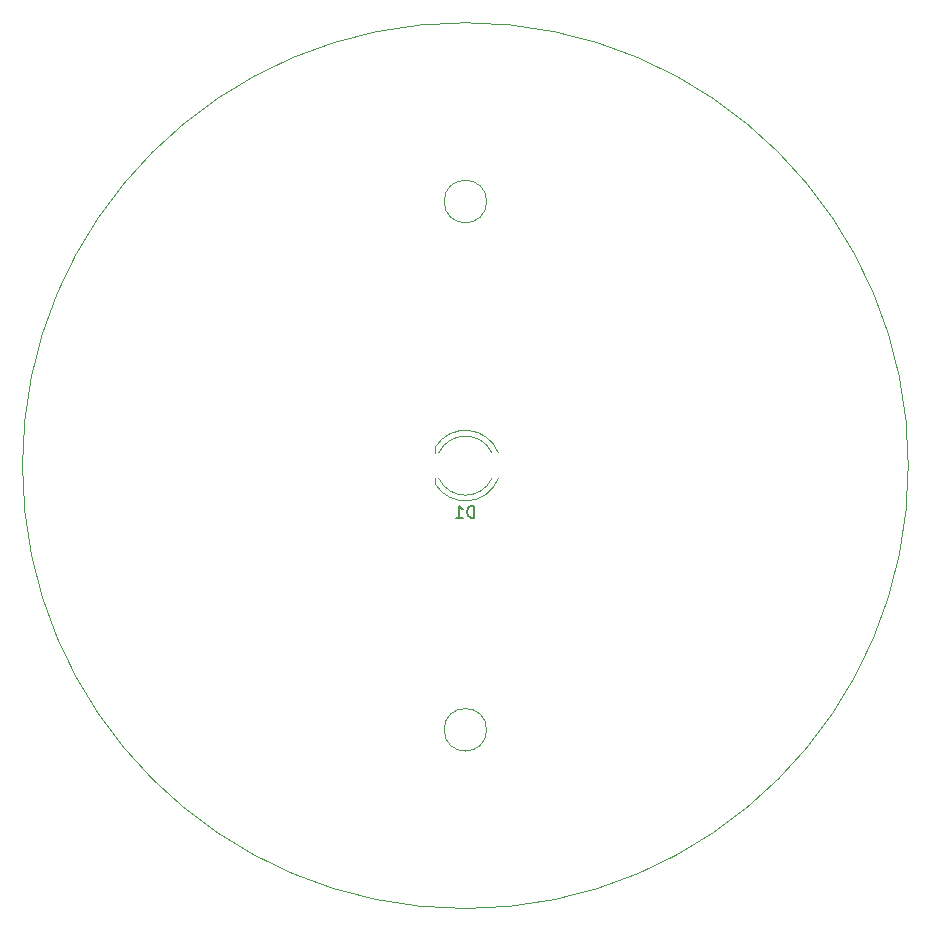
<source format=gbr>
G04 #@! TF.GenerationSoftware,KiCad,Pcbnew,6.0.7-f9a2dced07~116~ubuntu22.04.1*
G04 #@! TF.CreationDate,2022-08-25T07:51:25+02:00*
G04 #@! TF.ProjectId,PCB-Ange,5043422d-416e-4676-952e-6b696361645f,rev?*
G04 #@! TF.SameCoordinates,Original*
G04 #@! TF.FileFunction,Legend,Bot*
G04 #@! TF.FilePolarity,Positive*
%FSLAX46Y46*%
G04 Gerber Fmt 4.6, Leading zero omitted, Abs format (unit mm)*
G04 Created by KiCad (PCBNEW 6.0.7-f9a2dced07~116~ubuntu22.04.1) date 2022-08-25 07:51:25*
%MOMM*%
%LPD*%
G01*
G04 APERTURE LIST*
G04 #@! TA.AperFunction,Profile*
%ADD10C,0.050000*%
G04 #@! TD*
%ADD11C,0.150000*%
%ADD12C,0.120000*%
G04 APERTURE END LIST*
D10*
X101800000Y-122365000D02*
G75*
G03*
X101800000Y-122365000I-1800000J0D01*
G01*
X101800000Y-77635000D02*
G75*
G03*
X101800000Y-77635000I-1800000J0D01*
G01*
X137500000Y-100000000D02*
G75*
G03*
X137500000Y-100000000I-37500000J0D01*
G01*
D11*
X100738095Y-104412380D02*
X100738095Y-103412380D01*
X100500000Y-103412380D01*
X100357142Y-103460000D01*
X100261904Y-103555238D01*
X100214285Y-103650476D01*
X100166666Y-103840952D01*
X100166666Y-103983809D01*
X100214285Y-104174285D01*
X100261904Y-104269523D01*
X100357142Y-104364761D01*
X100500000Y-104412380D01*
X100738095Y-104412380D01*
X99214285Y-104412380D02*
X99785714Y-104412380D01*
X99500000Y-104412380D02*
X99500000Y-103412380D01*
X99595238Y-103555238D01*
X99690476Y-103650476D01*
X99785714Y-103698095D01*
D12*
X97440000Y-101544830D02*
G75*
G03*
X102787815Y-101080827I2560000J1544830D01*
G01*
X102787815Y-98919173D02*
G75*
G03*
X97440000Y-98455170I-2787815J-1080827D01*
G01*
X97745316Y-101080000D02*
G75*
G03*
X102254479Y-101080429I2254684J1080000D01*
G01*
X102254479Y-98919571D02*
G75*
G03*
X97745316Y-98920000I-2254479J-1080429D01*
G01*
X97440000Y-101545000D02*
X97440000Y-101080000D01*
X97440000Y-98920000D02*
X97440000Y-98455000D01*
M02*

</source>
